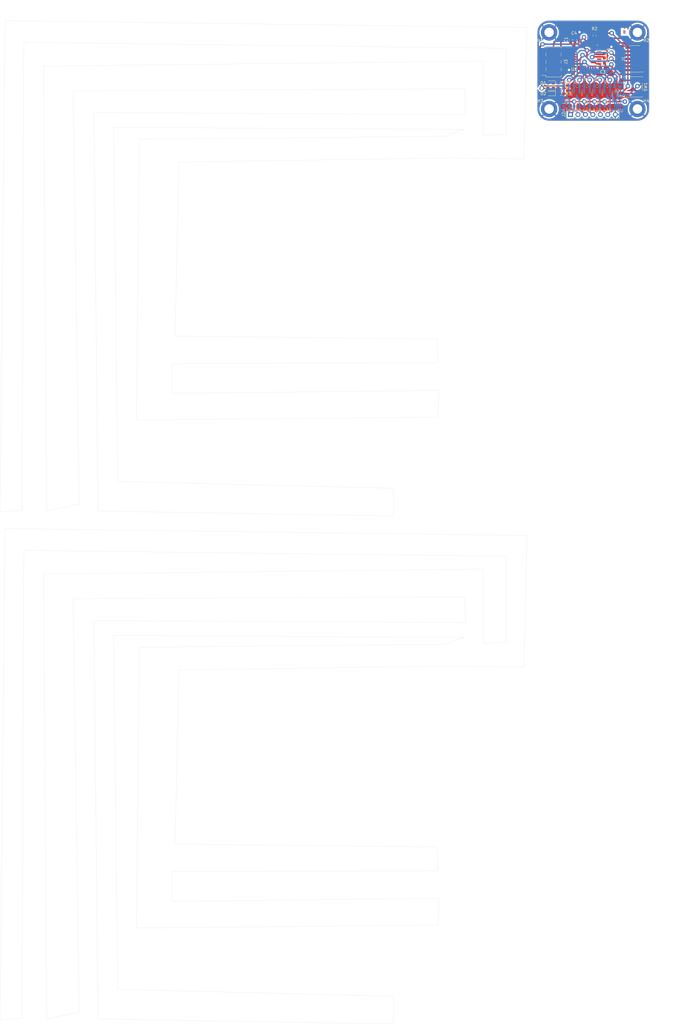
<source format=kicad_pcb>
(kicad_pcb (version 20221018) (generator pcbnew)
  (layers (0 "F.Cu" signal) (31 "B.Cu" signal) (34 "B.Paste" user) (35 "F.Paste" user) (36 "B.SilkS" user "B.Silkscreen") (37 "F.SilkS" user "F.Silkscreen") (38 "B.Mask" user) (39 "F.Mask" user) (44 "Edge.Cuts" user))
  (net 0 "")
  (net 1 "+5V-v2-")
  (net 2 "GND-v2-")
  (net 3 "+3.3V-v2-")
  (net 4 "Net-(D1-K)-v2-")
  (net 6 "Net-(D3-K)-v2-")
  (net 7 "Status_LED-v2-")
  (net 8 "Data_Clock_SNES-v2-")
  (net 9 "Data_Latch_SNES-v2-")
  (net 10 "Net-(D2-K)-v2-")
  (net 11 "Serial_Data1_SNES-v2-")
  (net 12 "Serial_Data2_SNES-v2-")
  (net 13 "SPI_Chip_Select-v2-")
  (net 14 "Chip_Enable-v2-")
  (net 15 "SPI_Digital_Input-v2-")
  (net 16 "SPI_Clock-v2-")
  (net 17 "SPI_Digital_Output-v2-")
  (net 18 "IOBit_SNES-v2-")
  (net 19 "Data_Clock_STM32-v2-")
  (net 20 "Data_Latch_STM32-v2-")
  (net 21 "Appairing_Btn-v2-")
  (net 22 "Net-(U2-BP)-v2-")
  (net 23 "SWDIO-v2-")
  (net 24 "SWDCK-v2-")
  (net 27 "NRST-v2-")
  (net 28 "USART2_RX-v2-")
  (net 29 "USART2_TX-v2-")
  (net 30 "Serial_Data1_STM32-v2-")
  (net 31 "IOBit_STM32-v2-")
  (net 32 "Serial_Data2_STM32-v2-")
  (footprint "Connector_PinHeader_1.27mm:PinHeader_2x07_P1.27mm_Vertical_SMD" (layer "F.Cu") (at 216.75 14.25 180)
    (fp_text reference "J1")
    (fp_text value "Conn_02x07_Odd_Even")
  )
  (footprint "Capacitor_SMD:C_0603_1608Metric_Pad1.08x0.95mm_HandSolder" (layer "F.Cu") (at 206.0025 17.19)
    (fp_text reference "C3")
    (fp_text value "100n")
  )
  (footprint "Connector_PinHeader_2.54mm:PinHeader_1x07_P2.54mm_Vertical" (layer "F.Cu") (at 195 33.15 90)
    (fp_text reference "J2")
    (fp_text value "Conn_01x07_Socket")
  )
  (footprint "Capacitor_SMD:C_0603_1608Metric_Pad1.08x0.95mm_HandSolder" (layer "F.Cu") (at 206.51 14.8025 90)
    (fp_text reference "C2")
    (fp_text value "100n")
  )
  (footprint "Capacitor_SMD:C_0603_1608Metric_Pad1.08x0.95mm_HandSolder" (layer "F.Cu") (at 196.55 7.75 90)
    (fp_text reference "C4")
    (fp_text value "100n")
  )
  (footprint "Connector_PinSocket_2.54mm:PinSocket_2x04_P2.54mm_Vertical_SMD" (layer "F.Cu") (at 189.25 15.25 180)
    (fp_text reference "J3")
    (fp_text value "Conn_01x08_Socket")
  )
  (footprint "Resistor_SMD:R_0603_1608Metric_Pad0.98x0.95mm_HandSolder" (layer "F.Cu") (at 191.76875 24.25)
    (fp_text reference "R4")
    (fp_text value "1k")
  )
  (footprint "Diode_SMD:D_0603_1608Metric_Pad1.05x0.95mm_HandSolder" (layer "F.Cu") (at 188.26875 24.25 180)
    (fp_text reference "D3")
    (fp_text value "LED")
  )
  (footprint "Package_QFP:LQFP-32_7x7mm_P0.8mm" (layer "F.Cu") (at 200.6 13.15 180)
    (fp_text reference "U1")
    (fp_text value "STM32L412KBTx")
  )
  (footprint "MountingHole:MountingHole_3.2mm_M3_DIN965_Pad" (layer "F.Cu") (at 187.75 31.25)
    (fp_text reference "H3")
    (fp_text value "MountingHole_Pad")
  )
  (footprint "MountingHole:MountingHole_3.2mm_M3_DIN965_Pad" (layer "F.Cu") (at 217.75 5.25)
    (fp_text reference "H2")
    (fp_text value "MountingHole_Pad")
  )
  (footprint "Button_Switch_SMD:SW_SPST_B3S-1000" (layer "F.Cu") (at 216.25 23.75 180)
    (fp_text reference "SW1")
    (fp_text value "SW_SPST")
  )
  (footprint "MountingHole:MountingHole_3.2mm_M3_DIN965_Pad" (layer "F.Cu") (at 217.75 31.25)
    (fp_text reference "H4")
    (fp_text value "MountingHole_Pad")
  )
  (footprint "Resistor_SMD:R_0603_1608Metric_Pad0.98x0.95mm_HandSolder" (layer "F.Cu") (at 191.76875 26.05)
    (fp_text reference "R3")
    (fp_text value "1k")
  )
  (footprint "Diode_SMD:D_0603_1608Metric_Pad1.05x0.95mm_HandSolder" (layer "F.Cu") (at 188.26875 26.05 180)
    (fp_text reference "D2")
    (fp_text value "LED_Small")
  )
  (footprint "Capacitor_SMD:C_0603_1608Metric_Pad1.08x0.95mm_HandSolder" (layer "F.Cu") (at 195.05 7.75 90)
    (fp_text reference "C1")
    (fp_text value "10u")
  )
  (footprint "Resistor_SMD:R_0603_1608Metric_Pad0.98x0.95mm_HandSolder" (layer "F.Cu") (at 191.76875 22.45)
    (fp_text reference "R1")
    (fp_text value "1k")
  )
  (footprint "Resistor_SMD:R_0603_1608Metric_Pad0.98x0.95mm_HandSolder" (layer "F.Cu") (at 203.17 6.32 90)
    (fp_text reference "R2")
    (fp_text value "10k")
  )
  (footprint "Diode_SMD:D_0603_1608Metric_Pad1.05x0.95mm_HandSolder" (layer "F.Cu") (at 188.26875 22.45 180)
    (fp_text reference "D1")
    (fp_text value "LED_Small")
  )
  (footprint "Capacitor_SMD:C_0603_1608Metric_Pad1.08x0.95mm_HandSolder" (layer "F.Cu") (at 206.51 11.5 90)
    (fp_text reference "C5")
    (fp_text value "100n")
  )
  (footprint "MountingHole:MountingHole_3.2mm_M3_DIN965_Pad" (layer "F.Cu") (at 187.75 5.25)
    (fp_text reference "H1")
    (fp_text value "MountingHole_Pad")
  )
  (footprint "Resistor_SMD:R_0603_1608Metric_Pad0.98x0.95mm_HandSolder" (layer "B.Cu") (at 207.5 30.35)
    (fp_text reference "R14")
    (fp_text value "10k")
  )
  (footprint "Resistor_SMD:R_0603_1608Metric_Pad0.98x0.95mm_HandSolder" (layer "B.Cu") (at 207.5 23.45)
    (fp_text reference "R9")
    (fp_text value "10k")
  )
  (footprint "Package_TO_SOT_SMD:SOT-23" (layer "B.Cu") (at 197.15 26.15 -90)
    (fp_text reference "Q2")
    (fp_text value "2N7002")
  )
  (footprint "Resistor_SMD:R_0603_1608Metric_Pad0.98x0.95mm_HandSolder" (layer "B.Cu") (at 197.15 30.35)
    (fp_text reference "R11")
    (fp_text value "10k")
  )
  (footprint "Package_TO_SOT_SMD:SOT-23" (layer "B.Cu") (at 204.05 26.15 -90)
    (fp_text reference "Q4")
    (fp_text value "2N7002")
  )
  (footprint "Resistor_SMD:R_0603_1608Metric_Pad0.98x0.95mm_HandSolder" (layer "B.Cu") (at 193.7 23.45)
    (fp_text reference "R5")
    (fp_text value "10k")
  )
  (footprint "Resistor_SMD:R_0603_1608Metric_Pad0.98x0.95mm_HandSolder" (layer "B.Cu") (at 204.05 30.35)
    (fp_text reference "R13")
    (fp_text value "10k")
  )
  (footprint "Resistor_SMD:R_0603_1608Metric_Pad0.98x0.95mm_HandSolder" (layer "B.Cu") (at 204.05 23.45)
    (fp_text reference "R8")
    (fp_text value "10k")
  )
  (footprint "Package_TO_SOT_SMD:SOT-23" (layer "B.Cu") (at 207.5 26.15 -90)
    (fp_text reference "Q5")
    (fp_text value "2N7002")
  )
  (footprint "Package_TO_SOT_SMD:SOT-23" (layer "B.Cu") (at 193.7 26.15 -90)
    (fp_text reference "Q1")
    (fp_text value "2N7002")
  )
  (footprint "Resistor_SMD:R_0603_1608Metric_Pad0.98x0.95mm_HandSolder" (layer "B.Cu") (at 200.6 30.35)
    (fp_text reference "R12")
    (fp_text value "10k")
  )
  (footprint "Package_TO_SOT_SMD:SOT-23" (layer "B.Cu") (at 200.6 26.15 -90)
    (fp_text reference "Q3")
    (fp_text value "2N7002")
  )
  (footprint "Capacitor_SMD:C_0603_1608Metric_Pad1.08x0.95mm_HandSolder" (layer "B.Cu") (at 210.9 23.7 180)
    (fp_text reference "C6")
    (fp_text value "470p")
  )
  (footprint "Resistor_SMD:R_0603_1608Metric_Pad0.98x0.95mm_HandSolder" (layer "B.Cu") (at 193.7 30.35)
    (fp_text reference "R10")
    (fp_text value "10k")
  )
  (footprint "Capacitor_SMD:C_0603_1608Metric_Pad1.08x0.95mm_HandSolder" (layer "B.Cu") (at 210.9 22.2 180)
    (fp_text reference "C7")
    (fp_text value "2.2u")
  )
  (footprint "Package_SO:MSOP-8_3x3mm_P0.65mm" (layer "B.Cu") (at 211.0125 27.9 -90)
    (fp_text reference "U2")
    (fp_text value "MIC5219-3.3YMM")
  )
  (footprint "Resistor_SMD:R_0603_1608Metric_Pad0.98x0.95mm_HandSolder" (layer "B.Cu") (at 197.15 23.45)
    (fp_text reference "R6")
    (fp_text value "10k")
  )
  (footprint "Resistor_SMD:R_0603_1608Metric_Pad0.98x0.95mm_HandSolder" (layer "B.Cu") (at 200.6 23.45)
    (fp_text reference "R7")
    (fp_text value "10k")
  )
  (gr_line (start 1.249937 168.12989) (end 8.639937 167.44989) (stroke (width 0.05)) (layer "Edge.Cuts"))
  (gr_line (start 134.889937 332.56989) (end 41.209937 330.21989) (stroke (width 0.05)) (layer "Edge.Cuts"))
  (gr_line (start 34.489937 340.28989) (end 134.889937 341.96989) (stroke (width 0.05)) (layer "Edge.Cuts"))
  (gr_line (start 159.059937 24.41989) (end 159.399937 33.14989) (stroke (width 0.05)) (layer "Edge.Cuts"))
  (gr_line (start 33.149937 32.47989) (end 34.489937 167.78989) (stroke (width 0.05)) (layer "Edge.Cuts"))
  (gr_line (start 62.029937 49.26989) (end 153.019937 47.91989) (stroke (width 0.05)) (layer "Edge.Cuts"))
  (gr_line (start 28.119937 165.43989) (end 26.099937 25.08989) (stroke (width 0.05)) (layer "Edge.Cuts"))
  (gr_line (start 173.159937 10.64989) (end 173.159937 39.85989) (stroke (width 0.05)) (layer "Edge.Cuts"))
  (gr_line (start 16.029937 189.19989) (end 17.039937 340.28989) (stroke (width 0.05)) (layer "Edge.Cuts"))
  (gr_line (start 153.019937 220.41989) (end 179.209937 220.75989) (stroke (width 0.05)) (layer "Edge.Cuts"))
  (gr_arc (start 217.75 1.25) (mid 220.578427 2.421573) (end 221.75 5.25) (stroke (width 0.1)) (layer "Edge.Cuts"))
  (gr_line (start 59.679937 300.32989) (end 59.679937 290.25989) (stroke (width 0.05)) (layer "Edge.Cuts"))
  (gr_line (start 34.489937 167.78989) (end 134.889937 169.46989) (stroke (width 0.05)) (layer "Edge.Cuts"))
  (gr_line (start 60.679937 280.85989) (end 62.029937 221.76989) (stroke (width 0.05)) (layer "Edge.Cuts"))
  (gr_line (start 9.309937 181.13989) (end 173.159937 183.14989) (stroke (width 0.05)) (layer "Edge.Cuts"))
  (gr_line (start 158.729937 38.18989) (end 152.349937 40.53989) (stroke (width 0.05)) (layer "Edge.Cuts"))
  (gr_line (start 39.869937 210.00989) (end 158.729937 210.68989) (stroke (width 0.05)) (layer "Edge.Cuts"))
  (gr_line (start 2.929937 173.74989) (end 1.249937 340.62989) (stroke (width 0.05)) (layer "Edge.Cuts"))
  (gr_line (start 159.399937 33.14989) (end 33.149937 32.47989) (stroke (width 0.05)) (layer "Edge.Cuts"))
  (gr_line (start 217.75 35.25) (end 187.75 35.25) (stroke (width 0.1)) (layer "Edge.Cuts"))
  (gr_line (start 41.209937 157.71989) (end 39.869937 37.50989) (stroke (width 0.05)) (layer "Edge.Cuts"))
  (gr_arc (start 187.75 35.25) (mid 184.921573 34.078427) (end 183.75 31.25) (stroke (width 0.1)) (layer "Edge.Cuts"))
  (gr_line (start 159.399937 205.64989) (end 33.149937 204.97989) (stroke (width 0.05)) (layer "Edge.Cuts"))
  (gr_line (start 173.159937 183.14989) (end 173.159937 212.35989) (stroke (width 0.05)) (layer "Edge.Cuts"))
  (gr_line (start 134.889937 160.06989) (end 41.209937 157.71989) (stroke (width 0.05)) (layer "Edge.Cuts"))
  (gr_line (start 152.349937 40.53989) (end 48.599937 41.53989) (stroke (width 0.05)) (layer "Edge.Cuts"))
  (gr_line (start 153.019937 47.91989) (end 179.209937 48.25989) (stroke (width 0.05)) (layer "Edge.Cuts"))
  (gr_line (start 17.039937 167.78989) (end 28.119937 165.43989) (stroke (width 0.05)) (layer "Edge.Cuts"))
  (gr_line (start 183.75 31.25) (end 183.75 5.25) (stroke (width 0.1)) (layer "Edge.Cuts"))
  (gr_line (start 180.219937 3.59989) (end 2.929937 1.24989) (stroke (width 0.05)) (layer "Edge.Cuts"))
  (gr_line (start 16.029937 16.69989) (end 17.039937 167.78989) (stroke (width 0.05)) (layer "Edge.Cuts"))
  (gr_arc (start 183.75 5.25) (mid 184.921573 2.421573) (end 187.75 1.25) (stroke (width 0.1)) (layer "Edge.Cuts"))
  (gr_line (start 28.119937 337.93989) (end 26.099937 197.58989) (stroke (width 0.05)) (layer "Edge.Cuts"))
  (gr_line (start 165.439937 187.51989) (end 16.029937 189.19989) (stroke (width 0.05)) (layer "Edge.Cuts"))
  (gr_line (start 48.599937 214.03989) (end 47.589937 309.39989) (stroke (width 0.05)) (layer "Edge.Cuts"))
  (gr_line (start 149.999937 308.38989) (end 150.329937 299.32989) (stroke (width 0.05)) (layer "Edge.Cuts"))
  (gr_line (start 152.349937 213.03989) (end 48.599937 214.03989) (stroke (width 0.05)) (layer "Edge.Cuts"))
  (gr_line (start 221.75 5.25) (end 221.75 31.25) (stroke (width 0.1)) (layer "Edge.Cuts"))
  (gr_arc (start 221.75 31.25) (mid 220.578427 34.078427) (end 217.75 35.25) (stroke (width 0.1)) (layer "Edge.Cuts"))
  (gr_line (start 60.679937 108.35989) (end 62.029937 49.26989) (stroke (width 0.05)) (layer "Edge.Cuts"))
  (gr_line (start 59.679937 117.75989) (end 149.999937 117.42989) (stroke (width 0.05)) (layer "Edge.Cuts"))
  (gr_line (start 179.209937 48.25989) (end 180.219937 3.59989) (stroke (width 0.05)) (layer "Edge.Cuts"))
  (gr_line (start 149.999937 289.92989) (end 149.659937 281.86989) (stroke (width 0.05)) (layer "Edge.Cuts"))
  (gr_line (start 173.159937 39.85989) (end 165.439937 40.19989) (stroke (width 0.05)) (layer "Edge.Cuts"))
  (gr_line (start 47.589937 136.89989) (end 149.999937 135.88989) (stroke (width 0.05)) (layer "Edge.Cuts"))
  (gr_line (start 62.029937 221.76989) (end 153.019937 220.41989) (stroke (width 0.05)) (layer "Edge.Cuts"))
  (gr_line (start 149.659937 281.86989) (end 60.679937 280.85989) (stroke (width 0.05)) (layer "Edge.Cuts"))
  (gr_line (start 41.209937 330.21989) (end 39.869937 210.00989) (stroke (width 0.05)) (layer "Edge.Cuts"))
  (gr_line (start 2.929937 1.24989) (end 1.249937 168.12989) (stroke (width 0.05)) (layer "Edge.Cuts"))
  (gr_line (start 165.439937 15.01989) (end 16.029937 16.69989) (stroke (width 0.05)) (layer "Edge.Cuts"))
  (gr_line (start 150.329937 126.82989) (end 59.679937 127.82989) (stroke (width 0.05)) (layer "Edge.Cuts"))
  (gr_line (start 8.639937 167.44989) (end 9.309937 8.63989) (stroke (width 0.05)) (layer "Edge.Cuts"))
  (gr_line (start 26.099937 25.08989) (end 159.059937 24.41989) (stroke (width 0.05)) (layer "Edge.Cuts"))
  (gr_line (start 1.249937 340.62989) (end 8.639937 339.94989) (stroke (width 0.05)) (layer "Edge.Cuts"))
  (gr_line (start 9.309937 8.63989) (end 173.159937 10.64989) (stroke (width 0.05)) (layer "Edge.Cuts"))
  (gr_line (start 149.999937 135.88989) (end 150.329937 126.82989) (stroke (width 0.05)) (layer "Edge.Cuts"))
  (gr_line (start 150.329937 299.32989) (end 59.679937 300.32989) (stroke (width 0.05)) (layer "Edge.Cuts"))
  (gr_line (start 39.869937 37.50989) (end 158.729937 38.18989) (stroke (width 0.05)) (layer "Edge.Cuts"))
  (gr_line (start 165.439937 40.19989) (end 165.439937 15.01989) (stroke (width 0.05)) (layer "Edge.Cuts"))
  (gr_line (start 173.159937 212.35989) (end 165.439937 212.69989) (stroke (width 0.05)) (layer "Edge.Cuts"))
  (gr_line (start 165.439937 212.69989) (end 165.439937 187.51989) (stroke (width 0.05)) (layer "Edge.Cuts"))
  (gr_line (start 187.75 1.25) (end 217.75 1.25) (stroke (width 0.1)) (layer "Edge.Cuts"))
  (gr_line (start 33.149937 204.97989) (end 34.489937 340.28989) (stroke (width 0.05)) (layer "Edge.Cuts"))
  (gr_line (start 48.599937 41.53989) (end 47.589937 136.89989) (stroke (width 0.05)) (layer "Edge.Cuts"))
  (gr_line (start 159.059937 196.91989) (end 159.399937 205.64989) (stroke (width 0.05)) (layer "Edge.Cuts"))
  (gr_line (start 149.659937 109.36989) (end 60.679937 108.35989) (stroke (width 0.05)) (layer "Edge.Cuts"))
  (gr_line (start 180.219937 176.09989) (end 2.929937 173.74989) (stroke (width 0.05)) (layer "Edge.Cuts"))
  (gr_line (start 59.679937 290.25989) (end 149.999937 289.92989) (stroke (width 0.05)) (layer "Edge.Cuts"))
  (gr_line (start 47.589937 309.39989) (end 149.999937 308.38989) (stroke (width 0.05)) (layer "Edge.Cuts"))
  (gr_line (start 149.999937 117.42989) (end 149.659937 109.36989) (stroke (width 0.05)) (layer "Edge.Cuts"))
  (gr_line (start 17.039937 340.28989) (end 28.119937 337.93989) (stroke (width 0.05)) (layer "Edge.Cuts"))
  (gr_line (start 158.729937 210.68989) (end 152.349937 213.03989) (stroke (width 0.05)) (layer "Edge.Cuts"))
  (gr_line (start 134.889937 341.96989) (end 134.889937 332.56989) (stroke (width 0.05)) (layer "Edge.Cuts"))
  (gr_line (start 179.209937 220.75989) (end 180.219937 176.09989) (stroke (width 0.05)) (layer "Edge.Cuts"))
  (gr_line (start 8.639937 339.94989) (end 9.309937 181.13989) (stroke (width 0.05)) (layer "Edge.Cuts"))
  (gr_line (start 59.679937 127.82989) (end 59.679937 117.75989) (stroke (width 0.05)) (layer "Edge.Cuts"))
  (gr_line (start 134.889937 169.46989) (end 134.889937 160.06989) (stroke (width 0.05)) (layer "Edge.Cuts"))
  (gr_line (start 26.099937 197.58989) (end 159.059937 196.91989) (stroke (width 0.05)) (layer "Edge.Cuts"))
  (gr_text "T" (at 212.75 5.75) (layer "F.Cu") (effects (font (size 1 1)) (justify left bottom)))
  (gr_text "SNES Plug" (at 205.75 3.75) (layer "F.Cu") (effects (font (size 1 1)) (justify left bottom)))
  (gr_text "B" (at 212.75 5.75) (layer "B.Cu") (effects (font (size 1 1)) (justify left bottom)))
  (segment (start 203.1375 28.75) (end 199.6875 28.75) (width 0.5) (layer "F.Cu") (net 1))
  (segment (start 187.39375 26.084561) (end 188.809189 27.5) (width 0.5) (layer "F.Cu") (net 1))
  (segment (start 187.39375 26.05) (end 187.39375 26.084561) (width 0.5) (layer "F.Cu") (net 1))
  (segment (start 196.2375 31.9125) (end 195 33.15) (width 0.5) (layer "F.Cu") (net 1))
  (segment (start 196.2375 28.75) (end 199.6875 28.75) (width 0.3) (layer "F.Cu") (net 1))
  (segment (start 188.809189 27.5) (end 190.25 27.5) (width 0.5) (layer "F.Cu") (net 1))
  (segment (start 203.1375 28.75) (end 206.5875 28.75) (width 0.5) (layer "F.Cu") (net 1))
  (segment (start 196.2375 28.75) (end 196.2375 31.9125) (width 0.5) (layer "F.Cu") (net 1))
  (segment (start 191.5 28.75) (end 196.2375 28.75) (width 0.5) (layer "F.Cu") (net 1))
  (segment (start 206.5875 28.75) (end 213.5 28.75) (width 0.5) (layer "F.Cu") (net 1))
  (segment (start 190.25 27.5) (end 191.5 28.75) (width 0.5) (layer "F.Cu") (net 1))
  (via (at 206.5875 28.75) (size 1.6) (drill 0.8) (layers "F.Cu" "B.Cu") (net 1))
  (via (at 203.1375 28.75) (size 1.6) (drill 0.8) (layers "F.Cu" "B.Cu") (net 1))
  (via (at 196.2375 28.75) (size 1.6) (drill 0.8) (layers "F.Cu" "B.Cu") (net 1))
  (via (at 199.6875 28.75) (size 1.6) (drill 0.8) (layers "F.Cu" "B.Cu") (net 1))
  (via (at 213.5 28.75) (size 1.6) (drill 0.8) (layers "F.Cu" "B.Cu") (net 1))
  (segment (start 212.106739 28.65) (end 210.6875 27.230761) (width 0.5) (layer "B.Cu") (net 1))
  (segment (start 213.5 28.75) (end 213.4 28.65) (width 0.5) (layer "B.Cu") (net 1))
  (segment (start 199.6875 28.75) (end 199.6875 30.35) (width 0.5) (layer "B.Cu") (net 1))
  (segment (start 203.1375 28.75) (end 203.1375 30.35) (width 0.5) (layer "B.Cu") (net 1))
  (segment (start 196.2375 30.35) (end 196.2375 28.75) (width 0.5) (layer "B.Cu") (net 1))
  (segment (start 210.6875 25.7875) (end 210.6875 27.230761) (width 0.3) (layer "B.Cu") (net 1))
  (segment (start 195 33.15) (end 195 32.5625) (width 0.5) (layer "B.Cu") (net 1))
  (segment (start 195 32.5625) (end 192.7875 30.35) (width 0.5) (layer "B.Cu") (net 1))
  (segment (start 213.4 28.65) (end 212.106739 28.65) (width 0.5) (layer "B.Cu") (net 1))
  (segment (start 206.5875 28.75) (end 206.5875 30.35) (width 0.5) (layer "B.Cu") (net 1))
  (segment (start 206.51 15.665) (end 206.51 15.591193) (width 0.5) (layer "F.Cu") (net 2))
  (segment (start 207.535 14.566193) (end 207.535 11.6625) (width 0.5) (layer "F.Cu") (net 2))
  (segment (start 203.4 17.325) (end 204.29 18.215) (width 0.5) (layer "F.Cu") (net 2))
  (segment (start 207.535 11.6625) (end 206.51 10.6375) (width 0.5) (layer "F.Cu") (net 2))
  (segment (start 198.1 5.15) (end 197.8 5.45) (width 0.5) (layer "F.Cu") (net 2))
  (segment (start 197.8 5.45) (end 197.8 8.975) (width 0.5) (layer "F.Cu") (net 2))
  (segment (start 206.865 17.19) (end 206.865 16.02) (width 0.5) (layer "F.Cu") (net 2))
  (segment (start 208.899189 10.15) (end 208.411689 10.6375) (width 0.5) (layer "F.Cu") (net 2))
  (segment (start 208.411689 10.6375) (end 206.51 10.6375) (width 0.5) (layer "F.Cu") (net 2))
  (segment (start 204.29 18.215) (end 205.84 18.215) (width 0.5) (layer "F.Cu") (net 2))
  (segment (start 195.05 6.8875) (end 196.55 6.8875) (width 0.5) (layer "F.Cu") (net 2))
  (segment (start 196.55 6.8875) (end 196.55 6.7) (width 0.5) (layer "F.Cu") (net 2))
  (segment (start 206.51 15.591193) (end 207.535 14.566193) (width 0.5) (layer "F.Cu") (net 2))
  (segment (start 205.84 18.215) (end 206.865 17.19) (width 0.5) (layer "F.Cu") (net 2))
  (segment (start 196.55 6.7) (end 198.1 5.15) (width 0.5) (layer "F.Cu") (net 2))
  (segment (start 194.5 18) (end 193.44 19.06) (width 0.5) (layer "F.Cu") (net 2))
  (segment (start 193.44 19.06) (end 191.77 19.06) (width 0.5) (layer "F.Cu") (net 2))
  (segment (start 206.865 16.02) (end 206.51 15.665) (width 0.5) (layer "F.Cu") (net 2))
  (via (at 198.1 5.15) (size 1.6) (drill 0.8) (layers "F.Cu" "B.Cu") (net 2))
  (via (at 210.0375 20.15) (size 1.6) (drill 0.8) (layers "F.Cu" "B.Cu") (net 2))
  (via (at 208.899189 10.15) (size 1.6) (drill 0.8) (layers "F.Cu" "B.Cu") (net 2))
  (via (at 194.5 18) (size 1.6) (drill 0.8) (layers "F.Cu" "B.Cu") (net 2))
  (segment (start 210.0375 22.2) (end 210.0375 20.15) (width 0.5) (layer "B.Cu") (net 2))
  (segment (start 210.0375 22.2) (end 210.0375 23.7) (width 0.5) (layer "B.Cu") (net 2))
  (segment (start 206.15 10.15) (end 201.15 5.15) (width 0.5) (layer "B.Cu") (net 2))
  (segment (start 201.15 5.15) (end 198.1 5.15) (width 0.5) (layer "B.Cu") (net 2))
  (segment (start 208.899189 10.15) (end 206.15 10.15) (width 0.5) (layer "B.Cu") (net 2))
  (segment (start 210.0375 20.1875) (end 210 20.15) (width 0.5) (layer "B.Cu") (net 2))
  (segment (start 218.225 23.5) (end 220.225 21.5) (width 0.5) (layer "F.Cu") (net 3))
  (segment (start 204.775 15.95) (end 203.870406 15.95) (width 0.5) (layer "F.Cu") (net 3))
  (segment (start 196.425 8.7375) (end 196.55 8.6125) (width 0.5) (layer "F.Cu") (net 3))
  (segment (start 206.51 12.3625) (end 206.1225 12.75) (width 0.5) (layer "F.Cu") (net 3))
  (segment (start 217.75 23.5) (end 218.225 23.5) (width 0.5) (layer "F.Cu") (net 3))
  (segment (start 196.425 10.35) (end 196.425 8.7375) (width 0.5) (layer "F.Cu") (net 3))
  (segment (start 195.05 8.975) (end 196.425 10.35) (width 0.5) (layer "F.Cu") (net 3))
  (segment (start 212.275 21.5) (end 220.225 21.5) (width 0.5) (layer "F.Cu") (net 3))
  (segment (start 206.1225 12.75) (end 204.775 12.75) (width 0.5) (layer "F.Cu") (net 3))
  (segment (start 187.39375 24.25) (end 185.25 24.25) (width 0.5) (layer "F.Cu") (net 3))
  (segment (start 202.4 11.4) (end 200.6 11.4) (width 0.5) (layer "F.Cu") (net 3))
  (segment (start 203.420406 15.5) (end 202.290811 15.5) (width 0.5) (layer "F.Cu") (net 3))
  (segment (start 185.25 24.25) (end 185.25 20.54) (width 0.5) (layer "F.Cu") (net 3))
  (segment (start 203.75 12.75) (end 202.4 11.4) (width 0.5) (layer "F.Cu") (net 3))
  (segment (start 218.7 16.79) (end 220.4 16.79) (width 0.5) (layer "F.Cu") (net 3))
  (segment (start 195.05 8.6125) (end 195.05 8.975) (width 0.5) (layer "F.Cu") (net 3))
  (segment (start 204.775 12.75) (end 203.75 12.75) (width 0.5) (layer "F.Cu") (net 3))
  (segment (start 220.4 16.79) (end 220.75 17.14) (width 0.5) (layer "F.Cu") (net 3))
  (segment (start 185.25 20.54) (end 186.73 19.06) (width 0.5) (layer "F.Cu") (net 3))
  (segment (start 220.75 20.975) (end 220.75 17.14) (width 0.5) (layer "F.Cu") (net 3))
  (segment (start 199.55 10.35) (end 196.425 10.35) (width 0.5) (layer "F.Cu") (net 3))
  (segment (start 200.6 11.4) (end 199.55 10.35) (width 0.5) (layer "F.Cu") (net 3))
  (segment (start 205.14 17.19) (end 205.14 16.315) (width 0.5) (layer "F.Cu") (net 3))
  (segment (start 200.6 13.809189) (end 200.6 11.4) (width 0.5) (layer "F.Cu") (net 3))
  (segment (start 205.14 16.315) (end 204.775 15.95) (width 0.5) (layer "F.Cu") (net 3))
  (segment (start 203.870406 15.95) (end 203.420406 15.5) (width 0.5) (layer "F.Cu") (net 3))
  (segment (start 202.290811 15.5) (end 200.6 13.809189) (width 0.5) (layer "F.Cu") (net 3))
  (segment (start 220.225 21.5) (end 220.75 20.975) (width 0.5) (layer "F.Cu") (net 3))
  (via (at 217.75 23.5) (size 1.6) (drill 0.8) (layers "F.Cu" "B.Cu") (net 3))
  (via (at 200.6 11.4) (size 1.6) (drill 0.8) (layers "F.Cu" "B.Cu") (net 3))
  (via (at 185.25 24.25) (size 1.6) (drill 0.8) (layers "F.Cu" "B.Cu") (net 3))
  (segment (start 206.5875 21.115811) (end 205.521689 20.05) (width 0.5) (layer "B.Cu") (net 3))
  (segment (start 206.55 25.2125) (end 206.55 23.4875) (width 0.5) (layer "B.Cu") (net 3))
  (segment (start 186.05 23.45) (end 192.7875 23.45) (width 0.5) (layer "B.Cu") (net 3))
  (segment (start 198.621689 20.05) (end 197.303311 20.05) (width 0.5) (layer "B.Cu") (net 3))
  (segment (start 200.753311 20.05) (end 202.071689 20.05) (width 0.5) (layer "B.Cu") (net 3))
  (segment (start 199.6875 23.45) (end 199.6875 21.115811) (width 0.5) (layer "B.Cu") (net 3))
  (segment (start 192.75 25.2125) (end 192.75 23.4875) (width 0.5) (layer "B.Cu") (net 3))
  (segment (start 206.55 23.4875) (end 206.5875 23.45) (width 0.5) (layer "B.Cu") (net 3))
  (segment (start 196.2 23.4875) (end 196.2375 23.45) (width 0.5) (layer "B.Cu") (net 3))
  (segment (start 211.3375 26.727817) (end 211.759683 27.15) (width 0.3) (layer "B.Cu") (net 3))
  (segment (start 196.2 25.2125) (end 196.2 23.4875) (width 0.5) (layer "B.Cu") (net 3))
  (segment (start 213 26.506739) (end 213 22.75) (width 0.5) (layer "B.Cu") (net 3))
  (segment (start 197.303311 20.05) (end 196.2375 21.115811) (width 0.5) (layer "B.Cu") (net 3))
  (segment (start 204.203311 20.05) (end 203.1375 21.115811) (width 0.5) (layer "B.Cu") (net 3))
  (segment (start 211.3375 25.7875) (end 211.3375 26.727817) (width 0.3) (layer "B.Cu") (net 3))
  (segment (start 208.903311 18.8) (end 206.5875 21.115811) (width 0.5) (layer "B.Cu") (net 3))
  (segment (start 200.6 11.4) (end 198.35 11.4) (width 0.5) (layer "B.Cu") (net 3))
  (segment (start 211.7625 22.2) (end 211.7625 19.965811) (width 0.5) (layer "B.Cu") (net 3))
  (segment (start 199.6875 21.115811) (end 200.753311 20.05) (width 0.5) (layer "B.Cu") (net 3))
  (segment (start 212.45 22.2) (end 211.7625 22.2) (width 0.5) (layer "B.Cu") (net 3))
  (segment (start 206.5875 23.45) (end 206.5875 21.115811) (width 0.5) (layer "B.Cu") (net 3))
  (segment (start 192.7875 21.315811) (end 194.053311 20.05) (width 0.5) (layer "B.Cu") (net 3))
  (segment (start 199.6875 21.115811) (end 198.621689 20.05) (width 0.5) (layer "B.Cu") (net 3))
  (segment (start 203.1 25.2125) (end 203.1 23.4875) (width 0.5) (layer "B.Cu") (net 3))
  (segment (start 192.7875 23.45) (end 192.7875 21.315811) (width 0.5) (layer "B.Cu") (net 3))
  (segment (start 213 22.75) (end 212.45 22.2) (width 0.5) (layer "B.Cu") (net 3))
  (segment (start 214.743261 26.506739) (end 217.75 23.5) (width 0.5) (layer "B.Cu") (net 3))
  (segment (start 212.356739 27.15) (end 211.759683 27.15) (width 0.5) (layer "B.Cu") (net 3))
  (segment (start 211.7625 19.965811) (end 210.596689 18.8) (width 0.5) (layer "B.Cu") (net 3))
  (segment (start 203.1 23.4875) (end 203.1375 23.45) (width 0.5) (layer "B.Cu") (net 3))
  (segment (start 210.596689 18.8) (end 208.903311 18.8) (width 0.5) (layer "B.Cu") (net 3))
  (segment (start 194.053311 20.05) (end 195.171689 20.05) (width 0.5) (layer "B.Cu") (net 3))
  (segment (start 213 26.506739) (end 212.356739 27.15) (width 0.5) (layer "B.Cu") (net 3))
  (segment (start 205.521689 20.05) (end 204.203311 20.05) (width 0.5) (layer "B.Cu") (net 3))
  (segment (start 199.65 25.2125) (end 199.65 23.4875) (width 0.5) (layer "B.Cu") (net 3))
  (segment (start 197.303311 12.446689) (end 197.303311 20.05) (width 0.5) (layer "B.Cu") (net 3))
  (segment (start 214.743261 26.506739) (end 213 26.506739) (width 0.5) (layer "B.Cu") (net 3))
  (segment (start 195.171689 20.05) (end 196.2375 21.115811) (width 0.5) (layer "B.Cu") (net 3))
  (segment (start 196.2375 21.115811) (end 196.2375 23.45) (width 0.5) (layer "B.Cu") (net 3))
  (segment (start 203.1375 21.115811) (end 203.1375 23.45) (width 0.5) (layer "B.Cu") (net 3))
  (segment (start 199.65 23.4875) (end 199.6875 23.45) (width 0.5) (layer "B.Cu") (net 3))
  (segment (start 202.071689 20.05) (end 203.1375 21.115811) (width 0.5) (layer "B.Cu") (net 3))
  (segment (start 192.75 23.4875) (end 192.7875 23.45) (width 0.5) (layer "B.Cu") (net 3))
  (segment (start 198.35 11.4) (end 197.303311 12.446689) (width 0.5) (layer "B.Cu") (net 3))
  (segment (start 185.25 24.25) (end 186.05 23.45) (width 0.5) (layer "B.Cu") (net 3))
  (segment (start 190.85625 22.45) (end 189.14375 22.45) (width 0.5) (layer "F.Cu") (net 4))
  (segment (start 190.85625 24.25) (end 189.14375 24.25) (width 0.5) (layer "F.Cu") (net 6))
  (segment (start 187.39375 22.45) (end 188.41875 21.425) (width 0.5) (layer "F.Cu") (net 7))
  (segment (start 195.125 20) (end 197.8 17.325) (width 0.5) (layer "F.Cu") (net 7))
  (segment (start 188.41875 21.425) (end 192.575 21.425) (width 0.5) (layer "F.Cu") (net 7))
  (segment (start 194 20) (end 195.125 20) (width 0.5) (layer "F.Cu") (net 7))
  (segment (start 192.575 21.425) (end 194 20) (width 0.5) (layer "F.Cu") (net 7))
  (segment (start 194.6125 30.35) (end 194.6125 28) (width 0.5) (layer "B.Cu") (net 8))
  (segment (start 197.54 33.15) (end 197.54 32.54) (width 0.5) (layer "B.Cu") (net 8))
  (segment (start 196.0125 31.75) (end 194.6125 30.35) (width 0.5) (layer "B.Cu") (net 8))
  (segment (start 197.54 32.54) (end 196.75 31.75) (width 0.5) (layer "B.Cu") (net 8))
  (segment (start 194.6125 28) (end 193.7 27.0875) (width 0.5) (layer "B.Cu") (net 8))
  (segment (start 196.75 31.75) (end 196.0125 31.75) (width 0.5) (layer "B.Cu") (net 8))
  (segment (start 198.0625 28) (end 197.15 27.0875) (width 0.5) (layer "B.Cu") (net 9))
  (segment (start 198.0625 31.2125) (end 200 33.15) (width 0.5) (layer "B.Cu") (net 9))
  (segment (start 198.0625 30.35) (end 198.0625 28) (width 0.5) (layer "B.Cu") (net 9))
  (segment (start 198.0625 30.35) (end 198.0625 31.2125) (width 0.5) (layer "B.Cu") (net 9))
  (segment (start 189.14375 26.05) (end 190.85625 26.05) (width 0.5) (layer "F.Cu") (net 10))
  (segment (start 201.5125 30.35) (end 201.5125 32.1625) (width 0.5) (layer "B.Cu") (net 11))
  (segment (start 201.5125 32.1625) (end 202.5 33.15) (width 0.5) (layer "B.Cu") (net 11))
  (segment (start 201.5125 30.35) (end 201.5125 28) (width 0.5) (layer "B.Cu") (net 11))
  (segment (start 201.5125 28) (end 200.6 27.0875) (width 0.5) (layer "B.Cu") (net 11))
  (segment (start 204.9625 28) (end 204.05 27.0875) (width 0.5) (layer "B.Cu") (net 12))
  (segment (start 204.9625 30.35) (end 204.9625 33.1125) (width 0.5) (layer "B.Cu") (net 12))
  (segment (start 204.9625 30.35) (end 204.9625 28) (width 0.5) (layer "B.Cu") (net 12))
  (segment (start 204.9625 33.1125) (end 205 33.15) (width 0.5) (layer "B.Cu") (net 12))
  (segment (start 188 15.25) (end 186.73 16.52) (width 0.5) (layer "F.Cu") (net 13))
  (segment (start 194 14.75) (end 193.5 15.25) (width 0.5) (layer "F.Cu") (net 13))
  (segment (start 194.85 11.15) (end 194 12) (width 0.5) (layer "F.Cu") (net 13))
  (segment (start 196.425 11.15) (end 194.85 11.15) (width 0.5) (layer "F.Cu") (net 13))
  (segment (start 194 12) (end 194 14.75) (width 0.5) (layer "F.Cu") (net 13))
  (segment (start 193.5 15.25) (end 188 15.25) (width 0.5) (layer "F.Cu") (net 13))
  (segment (start 194.23 16.52) (end 195.125 15.625) (width 0.5) (layer "F.Cu") (net 14))
  (segment (start 195.125 12.345406) (end 195.520406 11.95) (width 0.5) (layer "F.Cu") (net 14))
  (segment (start 195.520406 11.95) (end 196.425 11.95) (width 0.5) (layer "F.Cu") (net 14))
  (segment (start 191.77 16.52) (end 194.23 16.52) (width 0.5) (layer "F.Cu") (net 14))
  (segment (start 195.125 15.625) (end 195.125 12.345406) (width 0.5) (layer "F.Cu") (net 14))
  (segment (start 201 6) (end 201 8.975) (width 0.5) (layer "F.Cu") (net 15))
  (segment (start 198.8 3.8) (end 201 6) (width 0.5) (layer "F.Cu") (net 15))
  (segment (start 191.77 11.44) (end 191.77 8.516307) (width 0.5) (layer "F.Cu") (net 15))
  (segment (start 196.486307 3.8) (end 198.8 3.8) (width 0.5) (layer "F.Cu") (net 15))
  (segment (start 191.77 8.516307) (end 196.486307 3.8) (width 0.5) (layer "F.Cu") (net 15))
  (segment (start 189.25 9) (end 195.75 2.5) (width 0.5) (layer "F.Cu") (net 16))
  (segment (start 201.8 4.55) (end 201.8 8.975) (width 0.5) (layer "F.Cu") (net 16))
  (segment (start 190.77 13.98) (end 189.25 12.46) (width 0.5) (layer "F.Cu") (net 16))
  (segment (start 189.25 12.46) (end 189.25 9) (width 0.5) (layer "F.Cu") (net 16))
  (segment (start 191.77 13.98) (end 190.77 13.98) (width 0.5) (layer "F.Cu") (net 16))
  (segment (start 195.75 2.5) (end 199.75 2.5) (width 0.5) (layer "F.Cu") (net 16))
  (segment (start 199.75 2.5) (end 201.8 4.55) (width 0.5) (layer "F.Cu") (net 16))
  (segment (start 199.6 6.9) (end 199.6 7.470406) (width 0.5) (layer "F.Cu") (net 17))
  (segment (start 184.68 10.07) (end 185.5 9.25) (width 0.5) (layer "F.Cu") (net 17))
  (segment (start 185.73 13.98) (end 184.68 12.93) (width 0.5) (layer "F.Cu") (net 17))
  (segment (start 186.73 13.98) (end 185.73 13.98) (width 0.5) (layer "F.Cu") (net 17))
  (segment (start 184.68 12.93) (end 184.68 10.07) (width 0.5) (layer "F.Cu") (net 17))
  (segment (start 200.2 8.070406) (end 200.2 8.975) (width 0.5) (layer "F.Cu") (net 17))
  (segment (start 199.6 7.470406) (end 200.2 8.070406) (width 0.5) (layer "F.Cu") (net 17))
  (via (at 185.5 9.25) (size 1.6) (drill 0.8) (layers "F.Cu" "B.Cu") (net 17))
  (via (at 199.6 6.9) (size 1.6) (drill 0.8) (layers "F.Cu" "B.Cu") (net 17))
  (segment (start 185.5 9.25) (end 197.25 9.25) (width 0.5) (layer "B.Cu") (net 17))
  (segment (start 197.25 9.25) (end 199.6 6.9) (width 0.5) (layer "B.Cu") (net 17))
  (segment (start 208.4125 30.35) (end 208.4125 28) (width 0.5) (layer "B.Cu") (net 18))
  (segment (start 208.4125 32.2375) (end 207.5 33.15) (width 0.5) (layer "B.Cu") (net 18))
  (segment (start 208.4125 28) (end 207.5 27.0875) (width 0.5) (layer "B.Cu") (net 18))
  (segment (start 208.4125 30.35) (end 208.4125 32.2375) (width 0.5) (layer "B.Cu") (net 18))
  (segment (start 195.429594 21.4) (end 198.6 18.229594) (width 0.5) (layer "F.Cu") (net 19))
  (segment (start 198.6 18.229594) (end 198.6 17.325) (width 0.5) (layer "F.Cu") (net 19))
  (segment (start 194.6125 21.4) (end 195.429594 21.4) (width 0.5) (layer "F.Cu") (net 19))
  (via (at 194.6125 21.4) (size 1.6) (drill 0.8) (layers "F.Cu" "B.Cu") (net 19))
  (segment (start 194.65 25.2125) (end 194.65 23.4875) (width 0.5) (layer "B.Cu") (net 19))
  (segment (start 194.65 23.4875) (end 194.6125 23.45) (width 0.5) (layer "B.Cu") (net 19))
  (segment (start 194.6125 23.45) (end 194.6125 21.4) (width 0.5) (layer "B.Cu") (net 19))
  (segment (start 198.0625 21.4) (end 199.4 20.0625) (width 0.5) (layer "F.Cu") (net 20))
  (segment (start 199.4 20.0625) (end 199.4 17.325) (width 0.5) (layer "F.Cu") (net 20))
  (via (at 198.0625 21.4) (size 1.6) (drill 0.8) (layers "F.Cu" "B.Cu") (net 20))
  (segment (start 198.1 23.4875) (end 198.0625 23.45) (width 0.5) (layer "B.Cu") (net 20))
  (segment (start 198.1 25.2125) (end 198.1 23.4875) (width 0.5) (layer "B.Cu") (net 20))
  (segment (start 198.0625 23.45) (end 198.0625 21.4) (width 0.5) (layer "B.Cu") (net 20))
  (segment (start 202.6 7.8025) (end 203.17 7.2325) (width 0.5) (layer "F.Cu") (net 21))
  (segment (start 220.225 26) (end 212.275 26) (width 0.5) (layer "F.Cu") (net 21))
  (segment (start 212.275 25.975) (end 212.275 26) (width 0.5) (layer "F.Cu") (net 21))
  (segment (start 214.5 23.75) (end 212.275 25.975) (width 0.5) (layer "F.Cu") (net 21))
  (segment (start 214.5 23.5) (end 214.5 23.75) (width 0.5) (layer "F.Cu") (net 21))
  (segment (start 204.9025 5.5) (end 203.17 7.2325) (width 0.5) (layer "F.Cu") (net 21))
  (segment (start 202.6 8.975) (end 202.6 7.8025) (width 0.5) (layer "F.Cu") (net 21))
  (segment (start 209 5.5) (end 204.9025 5.5) (width 0.5) (layer "F.Cu") (net 21))
  (via (at 214.5 23.5) (size 1.6) (drill 0.8) (layers "F.Cu" "B.Cu") (net 21))
  (via (at 209 5.5) (size 1.6) (drill 0.8) (layers "F.Cu" "B.Cu") (net 21))
  (segment (start 214.5 23.5) (end 214.5 11) (width 0.5) (layer "B.Cu") (net 21))
  (segment (start 214.5 11) (end 209 5.5) (width 0.5) (layer "B.Cu") (net 21))
  (segment (start 211.9875 23.925) (end 211.7625 23.7) (width 0.3) (layer "B.Cu") (net 22))
  (segment (start 211.9875 25.7875) (end 211.9875 23.925) (width 0.3) (layer "B.Cu") (net 22))
  (segment (start 214.8 18.06) (end 212.809189 18.06) (width 0.5) (layer "F.Cu") (net 23))
  (segment (start 212.809189 18.06) (end 208.899189 14.15) (width 0.5) (layer "F.Cu") (net 23))
  (segment (start 199.1 13.379594) (end 199.1 13) (width 0.5) (layer "F.Cu") (net 23))
  (segment (start 196.425 15.15) (end 197.329594 15.15) (width 0.5) (layer "F.Cu") (net 23))
  (segment (start 197.329594 15.15) (end 199.1 13.379594) (width 0.5) (layer "F.Cu") (net 23))
  (via (at 208.899189 14.15) (size 1.6) (drill 0.8) (layers "F.Cu" "B.Cu") (net 23))
  (via (at 199.1 13) (size 1.6) (drill 0.8) (layers "F.Cu" "B.Cu") (net 23))
  (segment (start 199.75 13) (end 201.75 15) (width 0.5) (layer "B.Cu") (net 23))
  (segment (start 208.049189 15) (end 208.899189 14.15) (width 0.5) (layer "B.Cu") (net 23))
  (segment (start 199.1 13) (end 199.75 13) (width 0.5) (layer "B.Cu") (net 23))
  (segment (start 201.75 15) (end 208.049189 15) (width 0.5) (layer "B.Cu") (net 23))
  (segment (start 199.05 15.95) (end 196.425 15.95) (width 0.5) (layer "F.Cu") (net 24))
  (segment (start 199.75 15.25) (end 199.05 15.95) (width 0.5) (layer "F.Cu") (net 24))
  (segment (start 211.5 19.5) (end 208.899189 16.899189) (width 0.5) (layer "F.Cu") (net 24))
  (segment (start 218.7 18.06) (end 217.87 18.06) (width 0.5) (layer "F.Cu") (net 24))
  (segment (start 208.899189 16.899189) (end 208.899189 16.15) (width 0.5) (layer "F.Cu") (net 24))
  (segment (start 217.87 18.06) (end 216.43 19.5) (width 0.5) (layer "F.Cu") (net 24))
  (segment (start 216.43 19.5) (end 211.5 19.5) (width 0.5) (layer "F.Cu") (net 24))
  (via (at 199.75 15.25) (size 1.6) (drill 0.8) (layers "F.Cu" "B.Cu") (net 24))
  (via (at 208.899189 16.15) (size 1.6) (drill 0.8) (layers "F.Cu" "B.Cu") (net 24))
  (segment (start 201.25 16.75) (end 208.299189 16.75) (width 0.5) (layer "B.Cu") (net 24))
  (segment (start 199.75 15.25) (end 201.25 16.75) (width 0.5) (layer "B.Cu") (net 24))
  (segment (start 208.299189 16.75) (end 208.899189 16.15) (width 0.5) (layer "B.Cu") (net 24))
  (segment (start 206.12 13.55) (end 204.775 13.55) (width 0.5) (layer "F.Cu") (net 27))
  (segment (start 204.775 13.55) (end 202.45 13.55) (width 0.5) (layer "F.Cu") (net 27))
  (segment (start 206.51 13.94) (end 206.12 13.55) (width 0.5) (layer "F.Cu") (net 27))
  (segment (start 214.8 12.98) (end 209.729189 12.98) (width 0.5) (layer "F.Cu") (net 27))
  (segment (start 209.729189 12.98) (end 208.899189 12.15) (width 0.5) (layer "F.Cu") (net 27))
  (segment (start 202.45 13.55) (end 202.35 13.65) (width 0.5) (layer "F.Cu") (net 27))
  (via (at 208.899189 12.15) (size 1.6) (drill 0.8) (layers "F.Cu" "B.Cu") (net 27))
  (via (at 202.35 13.65) (size 1.6) (drill 0.8) (layers "F.Cu" "B.Cu") (net 27))
  (segment (start 203.85 12.15) (end 202.35 13.65) (width 0.5) (layer "B.Cu") (net 27))
  (segment (start 208.899189 12.15) (end 203.85 12.15) (width 0.5) (layer "B.Cu") (net 27))
  (segment (start 203.4 8.975) (end 205.125 7.25) (width 0.5) (layer "F.Cu") (net 28))
  (segment (start 205.125 7.25) (end 214.28 7.25) (width 0.5) (layer "F.Cu") (net 28))
  (segment (start 216.29 11.71) (end 214.8 11.71) (width 0.5) (layer "F.Cu") (net 28))
  (segment (start 214.28 7.25) (end 216.75 9.72) (width 0.5) (layer "F.Cu") (net 28))
  (segment (start 216.75 9.72) (end 216.75 11.25) (width 0.5) (layer "F.Cu") (net 28))
  (segment (start 216.75 11.25) (end 216.29 11.71) (width 0.5) (layer "F.Cu") (net 28))
  (segment (start 214.8 10.44) (end 213.16 8.8) (width 0.5) (layer "F.Cu") (net 29))
  (segment (start 206.325 8.8) (end 204.775 10.35) (width 0.5) (layer "F.Cu") (net 29))
  (segment (start 213.16 8.8) (end 206.325 8.8) (width 0.5) (layer "F.Cu") (net 29))
  (segment (start 200.2 17.325) (end 200.2 20.0875) (width 0.5) (layer "F.Cu") (net 30))
  (segment (start 200.2 20.0875) (end 201.5125 21.4) (width 0.5) (layer "F.Cu") (net 30))
  (via (at 201.5125 21.4) (size 1.6) (drill 0.8) (layers "F.Cu" "B.Cu") (net 30))
  (segment (start 201.5125 23.45) (end 201.5125 21.4) (width 0.5) (layer "B.Cu") (net 30))
  (segment (start 201.55 23.4875) (end 201.5125 23.45) (width 0.5) (layer "B.Cu") (net 30))
  (segment (start 201.55 25.2125) (end 201.55 23.4875) (width 0.5) (layer "B.Cu") (net 30))
  (segment (start 201.8 18.560964) (end 201.8 17.325) (width 0.5) (layer "F.Cu") (net 31))
  (segment (start 208.4125 21.4) (end 206.5625 19.55) (width 0.5) (layer "F.Cu") (net 31))
  (segment (start 206.5625 19.55) (end 202.789036 19.55) (width 0.5) (layer "F.Cu") (net 31))
  (segment (start 202.789036 19.55) (end 201.8 18.560964) (width 0.5) (layer "F.Cu") (net 31))
  (via (at 208.4125 21.4) (size 1.6) (drill 0.8) (layers "F.Cu" "B.Cu") (net 31))
  (segment (start 208.45 23.4875) (end 208.4125 23.45) (width 0.5) (layer "B.Cu") (net 31))
  (segment (start 208.4125 23.45) (end 208.4125 21.4) (width 0.5) (layer "B.Cu") (net 31))
  (segment (start 208.45 25.2125) (end 208.45 23.4875) (width 0.5) (layer "B.Cu") (net 31))
  (segment (start 201 18.978311) (end 201 17.325) (width 0.5) (layer "F.Cu") (net 32))
  (segment (start 203.421689 21.4) (end 201 18.978311) (width 0.5) (layer "F.Cu") (net 32))
  (segment (start 204.9625 21.4) (end 203.421689 21.4) (width 0.5) (layer "F.Cu") (net 32))
  (via (at 204.9625 21.4) (size 1.6) (drill 0.8) (layers "F.Cu" "B.Cu") (net 32))
  (segment (start 204.9625 23.45) (end 204.9625 21.4) (width 0.5) (layer "B.Cu") (net 32))
  (segment (start 205 25.2125) (end 205 23.4875) (width 0.5) (layer "B.Cu") (net 32))
  (segment (start 205 23.4875) (end 204.9625 23.45) (width 0.5) (layer "B.Cu") (net 32))
  (zone (net 2) (net_name "GND-v2-") (layer "F.Cu") (connect_pads (clearance 0.5)) (min_thickness 0.25) (fill yes (thermal_gap 0.5) (thermal_bridge_width 0.5))
    (polygon (pts (xy 183.75 1.25) (xy 221.75 1.25) (xy 221.75 35.25) (xy 183.75 35.25)))
  )
  (zone (net 2) (net_name "GND-v2-") (layer "B.Cu") (priority 1) (connect_pads (clearance 0.5)) (min_thickness 0.25) (fill yes (thermal_gap 0.5) (thermal_bridge_width 0.5))
    (polygon (pts (xy 183.75 1.25) (xy 221.75 1.25) (xy 221.75 35.25) (xy 183.75 35.25)))
  )
)
</source>
